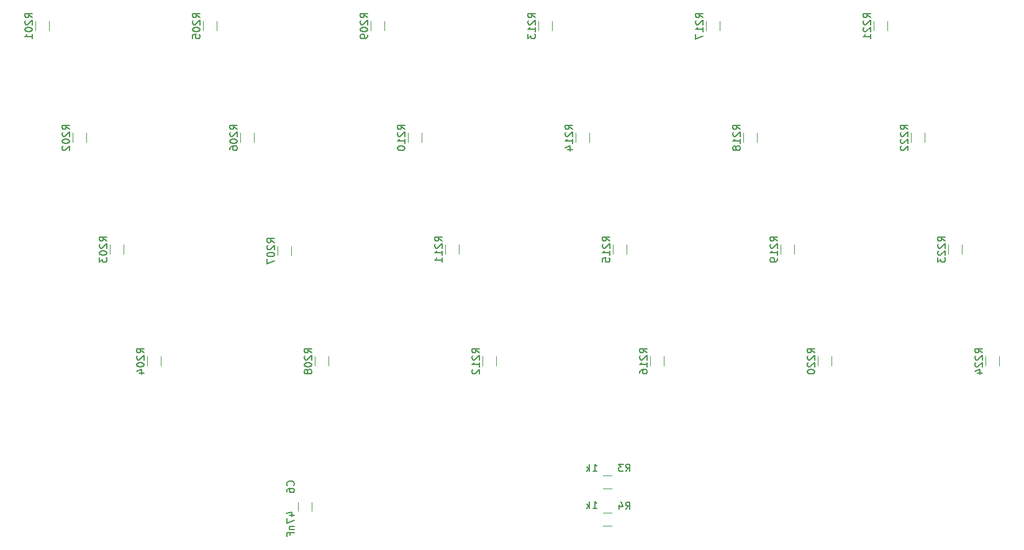
<source format=gbr>
G04 #@! TF.GenerationSoftware,KiCad,Pcbnew,(5.1.4)-1*
G04 #@! TF.CreationDate,2020-01-10T15:49:45+01:00*
G04 #@! TF.ProjectId,KRS-XL_DIM-24CVLED,4b52532d-584c-45f4-9449-4d2d32344356,V01.01*
G04 #@! TF.SameCoordinates,Original*
G04 #@! TF.FileFunction,Legend,Bot*
G04 #@! TF.FilePolarity,Positive*
%FSLAX46Y46*%
G04 Gerber Fmt 4.6, Leading zero omitted, Abs format (unit mm)*
G04 Created by KiCad (PCBNEW (5.1.4)-1) date 2020-01-10 15:49:45*
%MOMM*%
%LPD*%
G04 APERTURE LIST*
%ADD10C,0.120000*%
%ADD11C,0.150000*%
G04 APERTURE END LIST*
D10*
X95144000Y-131017936D02*
X95144000Y-132222064D01*
X93324000Y-131017936D02*
X93324000Y-132222064D01*
X134870436Y-129180000D02*
X136074564Y-129180000D01*
X134870436Y-127360000D02*
X136074564Y-127360000D01*
X136074564Y-134260000D02*
X134870436Y-134260000D01*
X136074564Y-132440000D02*
X134870436Y-132440000D01*
X57510000Y-65437936D02*
X57510000Y-66642064D01*
X59330000Y-65437936D02*
X59330000Y-66642064D01*
X64410000Y-80677936D02*
X64410000Y-81882064D01*
X62590000Y-80677936D02*
X62590000Y-81882064D01*
X67670000Y-95917936D02*
X67670000Y-97122064D01*
X69490000Y-95917936D02*
X69490000Y-97122064D01*
X72750000Y-111157936D02*
X72750000Y-112362064D01*
X74570000Y-111157936D02*
X74570000Y-112362064D01*
X82190000Y-65437936D02*
X82190000Y-66642064D01*
X80370000Y-65437936D02*
X80370000Y-66642064D01*
X85450000Y-80677936D02*
X85450000Y-81882064D01*
X87270000Y-80677936D02*
X87270000Y-81882064D01*
X92350000Y-96135436D02*
X92350000Y-97339564D01*
X90530000Y-96135436D02*
X90530000Y-97339564D01*
X97430000Y-111157936D02*
X97430000Y-112362064D01*
X95610000Y-111157936D02*
X95610000Y-112362064D01*
X105050000Y-65437936D02*
X105050000Y-66642064D01*
X103230000Y-65437936D02*
X103230000Y-66642064D01*
X108310000Y-80677936D02*
X108310000Y-81882064D01*
X110130000Y-80677936D02*
X110130000Y-81882064D01*
X113390000Y-95917936D02*
X113390000Y-97122064D01*
X115210000Y-95917936D02*
X115210000Y-97122064D01*
X120290000Y-111157936D02*
X120290000Y-112362064D01*
X118470000Y-111157936D02*
X118470000Y-112362064D01*
X127910000Y-65437936D02*
X127910000Y-66642064D01*
X126090000Y-65437936D02*
X126090000Y-66642064D01*
X131170000Y-80677936D02*
X131170000Y-81882064D01*
X132990000Y-80677936D02*
X132990000Y-81882064D01*
X138070000Y-95917936D02*
X138070000Y-97122064D01*
X136250000Y-95917936D02*
X136250000Y-97122064D01*
X141330000Y-111157936D02*
X141330000Y-112362064D01*
X143150000Y-111157936D02*
X143150000Y-112362064D01*
X150770000Y-65437936D02*
X150770000Y-66642064D01*
X148950000Y-65437936D02*
X148950000Y-66642064D01*
X154030000Y-80677936D02*
X154030000Y-81882064D01*
X155850000Y-80677936D02*
X155850000Y-81882064D01*
X160930000Y-95917936D02*
X160930000Y-97122064D01*
X159110000Y-95917936D02*
X159110000Y-97122064D01*
X164190000Y-111157936D02*
X164190000Y-112362064D01*
X166010000Y-111157936D02*
X166010000Y-112362064D01*
X171810000Y-65437936D02*
X171810000Y-66642064D01*
X173630000Y-65437936D02*
X173630000Y-66642064D01*
X178710000Y-80677936D02*
X178710000Y-81882064D01*
X176890000Y-80677936D02*
X176890000Y-81882064D01*
X181970000Y-95917936D02*
X181970000Y-97122064D01*
X183790000Y-95917936D02*
X183790000Y-97122064D01*
X188870000Y-111157936D02*
X188870000Y-112362064D01*
X187050000Y-111157936D02*
X187050000Y-112362064D01*
D11*
X92661142Y-128738333D02*
X92708761Y-128690714D01*
X92756380Y-128547857D01*
X92756380Y-128452619D01*
X92708761Y-128309761D01*
X92613523Y-128214523D01*
X92518285Y-128166904D01*
X92327809Y-128119285D01*
X92184952Y-128119285D01*
X91994476Y-128166904D01*
X91899238Y-128214523D01*
X91804000Y-128309761D01*
X91756380Y-128452619D01*
X91756380Y-128547857D01*
X91804000Y-128690714D01*
X91851619Y-128738333D01*
X91756380Y-129595476D02*
X91756380Y-129405000D01*
X91804000Y-129309761D01*
X91851619Y-129262142D01*
X91994476Y-129166904D01*
X92184952Y-129119285D01*
X92565904Y-129119285D01*
X92661142Y-129166904D01*
X92708761Y-129214523D01*
X92756380Y-129309761D01*
X92756380Y-129500238D01*
X92708761Y-129595476D01*
X92661142Y-129643095D01*
X92565904Y-129690714D01*
X92327809Y-129690714D01*
X92232571Y-129643095D01*
X92184952Y-129595476D01*
X92137333Y-129500238D01*
X92137333Y-129309761D01*
X92184952Y-129214523D01*
X92232571Y-129166904D01*
X92327809Y-129119285D01*
X92089714Y-132818333D02*
X92756380Y-132818333D01*
X91708761Y-132580238D02*
X92423047Y-132342142D01*
X92423047Y-132961190D01*
X91756380Y-133246904D02*
X91756380Y-133913571D01*
X92756380Y-133485000D01*
X92089714Y-134294523D02*
X92756380Y-134294523D01*
X92184952Y-134294523D02*
X92137333Y-134342142D01*
X92089714Y-134437380D01*
X92089714Y-134580238D01*
X92137333Y-134675476D01*
X92232571Y-134723095D01*
X92756380Y-134723095D01*
X92232571Y-135532619D02*
X92232571Y-135199285D01*
X92756380Y-135199285D02*
X91756380Y-135199285D01*
X91756380Y-135675476D01*
X137961666Y-126817380D02*
X138295000Y-126341190D01*
X138533095Y-126817380D02*
X138533095Y-125817380D01*
X138152142Y-125817380D01*
X138056904Y-125865000D01*
X138009285Y-125912619D01*
X137961666Y-126007857D01*
X137961666Y-126150714D01*
X138009285Y-126245952D01*
X138056904Y-126293571D01*
X138152142Y-126341190D01*
X138533095Y-126341190D01*
X137628333Y-125817380D02*
X137009285Y-125817380D01*
X137342619Y-126198333D01*
X137199761Y-126198333D01*
X137104523Y-126245952D01*
X137056904Y-126293571D01*
X137009285Y-126388809D01*
X137009285Y-126626904D01*
X137056904Y-126722142D01*
X137104523Y-126769761D01*
X137199761Y-126817380D01*
X137485476Y-126817380D01*
X137580714Y-126769761D01*
X137628333Y-126722142D01*
X133469047Y-126817380D02*
X134040476Y-126817380D01*
X133754761Y-126817380D02*
X133754761Y-125817380D01*
X133850000Y-125960238D01*
X133945238Y-126055476D01*
X134040476Y-126103095D01*
X133040476Y-126817380D02*
X133040476Y-125817380D01*
X132945238Y-126436428D02*
X132659523Y-126817380D01*
X132659523Y-126150714D02*
X133040476Y-126531666D01*
X137961666Y-131982380D02*
X138295000Y-131506190D01*
X138533095Y-131982380D02*
X138533095Y-130982380D01*
X138152142Y-130982380D01*
X138056904Y-131030000D01*
X138009285Y-131077619D01*
X137961666Y-131172857D01*
X137961666Y-131315714D01*
X138009285Y-131410952D01*
X138056904Y-131458571D01*
X138152142Y-131506190D01*
X138533095Y-131506190D01*
X137104523Y-131315714D02*
X137104523Y-131982380D01*
X137342619Y-130934761D02*
X137580714Y-131649047D01*
X136961666Y-131649047D01*
X133469047Y-131897380D02*
X134040476Y-131897380D01*
X133754761Y-131897380D02*
X133754761Y-130897380D01*
X133850000Y-131040238D01*
X133945238Y-131135476D01*
X134040476Y-131183095D01*
X133040476Y-131897380D02*
X133040476Y-130897380D01*
X132945238Y-131516428D02*
X132659523Y-131897380D01*
X132659523Y-131230714D02*
X133040476Y-131611666D01*
X57052380Y-64920952D02*
X56576190Y-64587619D01*
X57052380Y-64349523D02*
X56052380Y-64349523D01*
X56052380Y-64730476D01*
X56100000Y-64825714D01*
X56147619Y-64873333D01*
X56242857Y-64920952D01*
X56385714Y-64920952D01*
X56480952Y-64873333D01*
X56528571Y-64825714D01*
X56576190Y-64730476D01*
X56576190Y-64349523D01*
X56147619Y-65301904D02*
X56100000Y-65349523D01*
X56052380Y-65444761D01*
X56052380Y-65682857D01*
X56100000Y-65778095D01*
X56147619Y-65825714D01*
X56242857Y-65873333D01*
X56338095Y-65873333D01*
X56480952Y-65825714D01*
X57052380Y-65254285D01*
X57052380Y-65873333D01*
X56052380Y-66492380D02*
X56052380Y-66587619D01*
X56100000Y-66682857D01*
X56147619Y-66730476D01*
X56242857Y-66778095D01*
X56433333Y-66825714D01*
X56671428Y-66825714D01*
X56861904Y-66778095D01*
X56957142Y-66730476D01*
X57004761Y-66682857D01*
X57052380Y-66587619D01*
X57052380Y-66492380D01*
X57004761Y-66397142D01*
X56957142Y-66349523D01*
X56861904Y-66301904D01*
X56671428Y-66254285D01*
X56433333Y-66254285D01*
X56242857Y-66301904D01*
X56147619Y-66349523D01*
X56100000Y-66397142D01*
X56052380Y-66492380D01*
X57052380Y-67778095D02*
X57052380Y-67206666D01*
X57052380Y-67492380D02*
X56052380Y-67492380D01*
X56195238Y-67397142D01*
X56290476Y-67301904D01*
X56338095Y-67206666D01*
X62132380Y-80160952D02*
X61656190Y-79827619D01*
X62132380Y-79589523D02*
X61132380Y-79589523D01*
X61132380Y-79970476D01*
X61180000Y-80065714D01*
X61227619Y-80113333D01*
X61322857Y-80160952D01*
X61465714Y-80160952D01*
X61560952Y-80113333D01*
X61608571Y-80065714D01*
X61656190Y-79970476D01*
X61656190Y-79589523D01*
X61227619Y-80541904D02*
X61180000Y-80589523D01*
X61132380Y-80684761D01*
X61132380Y-80922857D01*
X61180000Y-81018095D01*
X61227619Y-81065714D01*
X61322857Y-81113333D01*
X61418095Y-81113333D01*
X61560952Y-81065714D01*
X62132380Y-80494285D01*
X62132380Y-81113333D01*
X61132380Y-81732380D02*
X61132380Y-81827619D01*
X61180000Y-81922857D01*
X61227619Y-81970476D01*
X61322857Y-82018095D01*
X61513333Y-82065714D01*
X61751428Y-82065714D01*
X61941904Y-82018095D01*
X62037142Y-81970476D01*
X62084761Y-81922857D01*
X62132380Y-81827619D01*
X62132380Y-81732380D01*
X62084761Y-81637142D01*
X62037142Y-81589523D01*
X61941904Y-81541904D01*
X61751428Y-81494285D01*
X61513333Y-81494285D01*
X61322857Y-81541904D01*
X61227619Y-81589523D01*
X61180000Y-81637142D01*
X61132380Y-81732380D01*
X61227619Y-82446666D02*
X61180000Y-82494285D01*
X61132380Y-82589523D01*
X61132380Y-82827619D01*
X61180000Y-82922857D01*
X61227619Y-82970476D01*
X61322857Y-83018095D01*
X61418095Y-83018095D01*
X61560952Y-82970476D01*
X62132380Y-82399047D01*
X62132380Y-83018095D01*
X67212380Y-95400952D02*
X66736190Y-95067619D01*
X67212380Y-94829523D02*
X66212380Y-94829523D01*
X66212380Y-95210476D01*
X66260000Y-95305714D01*
X66307619Y-95353333D01*
X66402857Y-95400952D01*
X66545714Y-95400952D01*
X66640952Y-95353333D01*
X66688571Y-95305714D01*
X66736190Y-95210476D01*
X66736190Y-94829523D01*
X66307619Y-95781904D02*
X66260000Y-95829523D01*
X66212380Y-95924761D01*
X66212380Y-96162857D01*
X66260000Y-96258095D01*
X66307619Y-96305714D01*
X66402857Y-96353333D01*
X66498095Y-96353333D01*
X66640952Y-96305714D01*
X67212380Y-95734285D01*
X67212380Y-96353333D01*
X66212380Y-96972380D02*
X66212380Y-97067619D01*
X66260000Y-97162857D01*
X66307619Y-97210476D01*
X66402857Y-97258095D01*
X66593333Y-97305714D01*
X66831428Y-97305714D01*
X67021904Y-97258095D01*
X67117142Y-97210476D01*
X67164761Y-97162857D01*
X67212380Y-97067619D01*
X67212380Y-96972380D01*
X67164761Y-96877142D01*
X67117142Y-96829523D01*
X67021904Y-96781904D01*
X66831428Y-96734285D01*
X66593333Y-96734285D01*
X66402857Y-96781904D01*
X66307619Y-96829523D01*
X66260000Y-96877142D01*
X66212380Y-96972380D01*
X66212380Y-97639047D02*
X66212380Y-98258095D01*
X66593333Y-97924761D01*
X66593333Y-98067619D01*
X66640952Y-98162857D01*
X66688571Y-98210476D01*
X66783809Y-98258095D01*
X67021904Y-98258095D01*
X67117142Y-98210476D01*
X67164761Y-98162857D01*
X67212380Y-98067619D01*
X67212380Y-97781904D01*
X67164761Y-97686666D01*
X67117142Y-97639047D01*
X72292380Y-110640952D02*
X71816190Y-110307619D01*
X72292380Y-110069523D02*
X71292380Y-110069523D01*
X71292380Y-110450476D01*
X71340000Y-110545714D01*
X71387619Y-110593333D01*
X71482857Y-110640952D01*
X71625714Y-110640952D01*
X71720952Y-110593333D01*
X71768571Y-110545714D01*
X71816190Y-110450476D01*
X71816190Y-110069523D01*
X71387619Y-111021904D02*
X71340000Y-111069523D01*
X71292380Y-111164761D01*
X71292380Y-111402857D01*
X71340000Y-111498095D01*
X71387619Y-111545714D01*
X71482857Y-111593333D01*
X71578095Y-111593333D01*
X71720952Y-111545714D01*
X72292380Y-110974285D01*
X72292380Y-111593333D01*
X71292380Y-112212380D02*
X71292380Y-112307619D01*
X71340000Y-112402857D01*
X71387619Y-112450476D01*
X71482857Y-112498095D01*
X71673333Y-112545714D01*
X71911428Y-112545714D01*
X72101904Y-112498095D01*
X72197142Y-112450476D01*
X72244761Y-112402857D01*
X72292380Y-112307619D01*
X72292380Y-112212380D01*
X72244761Y-112117142D01*
X72197142Y-112069523D01*
X72101904Y-112021904D01*
X71911428Y-111974285D01*
X71673333Y-111974285D01*
X71482857Y-112021904D01*
X71387619Y-112069523D01*
X71340000Y-112117142D01*
X71292380Y-112212380D01*
X71625714Y-113402857D02*
X72292380Y-113402857D01*
X71244761Y-113164761D02*
X71959047Y-112926666D01*
X71959047Y-113545714D01*
X79912380Y-64920952D02*
X79436190Y-64587619D01*
X79912380Y-64349523D02*
X78912380Y-64349523D01*
X78912380Y-64730476D01*
X78960000Y-64825714D01*
X79007619Y-64873333D01*
X79102857Y-64920952D01*
X79245714Y-64920952D01*
X79340952Y-64873333D01*
X79388571Y-64825714D01*
X79436190Y-64730476D01*
X79436190Y-64349523D01*
X79007619Y-65301904D02*
X78960000Y-65349523D01*
X78912380Y-65444761D01*
X78912380Y-65682857D01*
X78960000Y-65778095D01*
X79007619Y-65825714D01*
X79102857Y-65873333D01*
X79198095Y-65873333D01*
X79340952Y-65825714D01*
X79912380Y-65254285D01*
X79912380Y-65873333D01*
X78912380Y-66492380D02*
X78912380Y-66587619D01*
X78960000Y-66682857D01*
X79007619Y-66730476D01*
X79102857Y-66778095D01*
X79293333Y-66825714D01*
X79531428Y-66825714D01*
X79721904Y-66778095D01*
X79817142Y-66730476D01*
X79864761Y-66682857D01*
X79912380Y-66587619D01*
X79912380Y-66492380D01*
X79864761Y-66397142D01*
X79817142Y-66349523D01*
X79721904Y-66301904D01*
X79531428Y-66254285D01*
X79293333Y-66254285D01*
X79102857Y-66301904D01*
X79007619Y-66349523D01*
X78960000Y-66397142D01*
X78912380Y-66492380D01*
X78912380Y-67730476D02*
X78912380Y-67254285D01*
X79388571Y-67206666D01*
X79340952Y-67254285D01*
X79293333Y-67349523D01*
X79293333Y-67587619D01*
X79340952Y-67682857D01*
X79388571Y-67730476D01*
X79483809Y-67778095D01*
X79721904Y-67778095D01*
X79817142Y-67730476D01*
X79864761Y-67682857D01*
X79912380Y-67587619D01*
X79912380Y-67349523D01*
X79864761Y-67254285D01*
X79817142Y-67206666D01*
X84992380Y-80160952D02*
X84516190Y-79827619D01*
X84992380Y-79589523D02*
X83992380Y-79589523D01*
X83992380Y-79970476D01*
X84040000Y-80065714D01*
X84087619Y-80113333D01*
X84182857Y-80160952D01*
X84325714Y-80160952D01*
X84420952Y-80113333D01*
X84468571Y-80065714D01*
X84516190Y-79970476D01*
X84516190Y-79589523D01*
X84087619Y-80541904D02*
X84040000Y-80589523D01*
X83992380Y-80684761D01*
X83992380Y-80922857D01*
X84040000Y-81018095D01*
X84087619Y-81065714D01*
X84182857Y-81113333D01*
X84278095Y-81113333D01*
X84420952Y-81065714D01*
X84992380Y-80494285D01*
X84992380Y-81113333D01*
X83992380Y-81732380D02*
X83992380Y-81827619D01*
X84040000Y-81922857D01*
X84087619Y-81970476D01*
X84182857Y-82018095D01*
X84373333Y-82065714D01*
X84611428Y-82065714D01*
X84801904Y-82018095D01*
X84897142Y-81970476D01*
X84944761Y-81922857D01*
X84992380Y-81827619D01*
X84992380Y-81732380D01*
X84944761Y-81637142D01*
X84897142Y-81589523D01*
X84801904Y-81541904D01*
X84611428Y-81494285D01*
X84373333Y-81494285D01*
X84182857Y-81541904D01*
X84087619Y-81589523D01*
X84040000Y-81637142D01*
X83992380Y-81732380D01*
X83992380Y-82922857D02*
X83992380Y-82732380D01*
X84040000Y-82637142D01*
X84087619Y-82589523D01*
X84230476Y-82494285D01*
X84420952Y-82446666D01*
X84801904Y-82446666D01*
X84897142Y-82494285D01*
X84944761Y-82541904D01*
X84992380Y-82637142D01*
X84992380Y-82827619D01*
X84944761Y-82922857D01*
X84897142Y-82970476D01*
X84801904Y-83018095D01*
X84563809Y-83018095D01*
X84468571Y-82970476D01*
X84420952Y-82922857D01*
X84373333Y-82827619D01*
X84373333Y-82637142D01*
X84420952Y-82541904D01*
X84468571Y-82494285D01*
X84563809Y-82446666D01*
X90072380Y-95618452D02*
X89596190Y-95285119D01*
X90072380Y-95047023D02*
X89072380Y-95047023D01*
X89072380Y-95427976D01*
X89120000Y-95523214D01*
X89167619Y-95570833D01*
X89262857Y-95618452D01*
X89405714Y-95618452D01*
X89500952Y-95570833D01*
X89548571Y-95523214D01*
X89596190Y-95427976D01*
X89596190Y-95047023D01*
X89167619Y-95999404D02*
X89120000Y-96047023D01*
X89072380Y-96142261D01*
X89072380Y-96380357D01*
X89120000Y-96475595D01*
X89167619Y-96523214D01*
X89262857Y-96570833D01*
X89358095Y-96570833D01*
X89500952Y-96523214D01*
X90072380Y-95951785D01*
X90072380Y-96570833D01*
X89072380Y-97189880D02*
X89072380Y-97285119D01*
X89120000Y-97380357D01*
X89167619Y-97427976D01*
X89262857Y-97475595D01*
X89453333Y-97523214D01*
X89691428Y-97523214D01*
X89881904Y-97475595D01*
X89977142Y-97427976D01*
X90024761Y-97380357D01*
X90072380Y-97285119D01*
X90072380Y-97189880D01*
X90024761Y-97094642D01*
X89977142Y-97047023D01*
X89881904Y-96999404D01*
X89691428Y-96951785D01*
X89453333Y-96951785D01*
X89262857Y-96999404D01*
X89167619Y-97047023D01*
X89120000Y-97094642D01*
X89072380Y-97189880D01*
X89072380Y-97856547D02*
X89072380Y-98523214D01*
X90072380Y-98094642D01*
X95152380Y-110640952D02*
X94676190Y-110307619D01*
X95152380Y-110069523D02*
X94152380Y-110069523D01*
X94152380Y-110450476D01*
X94200000Y-110545714D01*
X94247619Y-110593333D01*
X94342857Y-110640952D01*
X94485714Y-110640952D01*
X94580952Y-110593333D01*
X94628571Y-110545714D01*
X94676190Y-110450476D01*
X94676190Y-110069523D01*
X94247619Y-111021904D02*
X94200000Y-111069523D01*
X94152380Y-111164761D01*
X94152380Y-111402857D01*
X94200000Y-111498095D01*
X94247619Y-111545714D01*
X94342857Y-111593333D01*
X94438095Y-111593333D01*
X94580952Y-111545714D01*
X95152380Y-110974285D01*
X95152380Y-111593333D01*
X94152380Y-112212380D02*
X94152380Y-112307619D01*
X94200000Y-112402857D01*
X94247619Y-112450476D01*
X94342857Y-112498095D01*
X94533333Y-112545714D01*
X94771428Y-112545714D01*
X94961904Y-112498095D01*
X95057142Y-112450476D01*
X95104761Y-112402857D01*
X95152380Y-112307619D01*
X95152380Y-112212380D01*
X95104761Y-112117142D01*
X95057142Y-112069523D01*
X94961904Y-112021904D01*
X94771428Y-111974285D01*
X94533333Y-111974285D01*
X94342857Y-112021904D01*
X94247619Y-112069523D01*
X94200000Y-112117142D01*
X94152380Y-112212380D01*
X94580952Y-113117142D02*
X94533333Y-113021904D01*
X94485714Y-112974285D01*
X94390476Y-112926666D01*
X94342857Y-112926666D01*
X94247619Y-112974285D01*
X94200000Y-113021904D01*
X94152380Y-113117142D01*
X94152380Y-113307619D01*
X94200000Y-113402857D01*
X94247619Y-113450476D01*
X94342857Y-113498095D01*
X94390476Y-113498095D01*
X94485714Y-113450476D01*
X94533333Y-113402857D01*
X94580952Y-113307619D01*
X94580952Y-113117142D01*
X94628571Y-113021904D01*
X94676190Y-112974285D01*
X94771428Y-112926666D01*
X94961904Y-112926666D01*
X95057142Y-112974285D01*
X95104761Y-113021904D01*
X95152380Y-113117142D01*
X95152380Y-113307619D01*
X95104761Y-113402857D01*
X95057142Y-113450476D01*
X94961904Y-113498095D01*
X94771428Y-113498095D01*
X94676190Y-113450476D01*
X94628571Y-113402857D01*
X94580952Y-113307619D01*
X102772380Y-64920952D02*
X102296190Y-64587619D01*
X102772380Y-64349523D02*
X101772380Y-64349523D01*
X101772380Y-64730476D01*
X101820000Y-64825714D01*
X101867619Y-64873333D01*
X101962857Y-64920952D01*
X102105714Y-64920952D01*
X102200952Y-64873333D01*
X102248571Y-64825714D01*
X102296190Y-64730476D01*
X102296190Y-64349523D01*
X101867619Y-65301904D02*
X101820000Y-65349523D01*
X101772380Y-65444761D01*
X101772380Y-65682857D01*
X101820000Y-65778095D01*
X101867619Y-65825714D01*
X101962857Y-65873333D01*
X102058095Y-65873333D01*
X102200952Y-65825714D01*
X102772380Y-65254285D01*
X102772380Y-65873333D01*
X101772380Y-66492380D02*
X101772380Y-66587619D01*
X101820000Y-66682857D01*
X101867619Y-66730476D01*
X101962857Y-66778095D01*
X102153333Y-66825714D01*
X102391428Y-66825714D01*
X102581904Y-66778095D01*
X102677142Y-66730476D01*
X102724761Y-66682857D01*
X102772380Y-66587619D01*
X102772380Y-66492380D01*
X102724761Y-66397142D01*
X102677142Y-66349523D01*
X102581904Y-66301904D01*
X102391428Y-66254285D01*
X102153333Y-66254285D01*
X101962857Y-66301904D01*
X101867619Y-66349523D01*
X101820000Y-66397142D01*
X101772380Y-66492380D01*
X102772380Y-67301904D02*
X102772380Y-67492380D01*
X102724761Y-67587619D01*
X102677142Y-67635238D01*
X102534285Y-67730476D01*
X102343809Y-67778095D01*
X101962857Y-67778095D01*
X101867619Y-67730476D01*
X101820000Y-67682857D01*
X101772380Y-67587619D01*
X101772380Y-67397142D01*
X101820000Y-67301904D01*
X101867619Y-67254285D01*
X101962857Y-67206666D01*
X102200952Y-67206666D01*
X102296190Y-67254285D01*
X102343809Y-67301904D01*
X102391428Y-67397142D01*
X102391428Y-67587619D01*
X102343809Y-67682857D01*
X102296190Y-67730476D01*
X102200952Y-67778095D01*
X107852380Y-80160952D02*
X107376190Y-79827619D01*
X107852380Y-79589523D02*
X106852380Y-79589523D01*
X106852380Y-79970476D01*
X106900000Y-80065714D01*
X106947619Y-80113333D01*
X107042857Y-80160952D01*
X107185714Y-80160952D01*
X107280952Y-80113333D01*
X107328571Y-80065714D01*
X107376190Y-79970476D01*
X107376190Y-79589523D01*
X106947619Y-80541904D02*
X106900000Y-80589523D01*
X106852380Y-80684761D01*
X106852380Y-80922857D01*
X106900000Y-81018095D01*
X106947619Y-81065714D01*
X107042857Y-81113333D01*
X107138095Y-81113333D01*
X107280952Y-81065714D01*
X107852380Y-80494285D01*
X107852380Y-81113333D01*
X107852380Y-82065714D02*
X107852380Y-81494285D01*
X107852380Y-81780000D02*
X106852380Y-81780000D01*
X106995238Y-81684761D01*
X107090476Y-81589523D01*
X107138095Y-81494285D01*
X106852380Y-82684761D02*
X106852380Y-82780000D01*
X106900000Y-82875238D01*
X106947619Y-82922857D01*
X107042857Y-82970476D01*
X107233333Y-83018095D01*
X107471428Y-83018095D01*
X107661904Y-82970476D01*
X107757142Y-82922857D01*
X107804761Y-82875238D01*
X107852380Y-82780000D01*
X107852380Y-82684761D01*
X107804761Y-82589523D01*
X107757142Y-82541904D01*
X107661904Y-82494285D01*
X107471428Y-82446666D01*
X107233333Y-82446666D01*
X107042857Y-82494285D01*
X106947619Y-82541904D01*
X106900000Y-82589523D01*
X106852380Y-82684761D01*
X112932380Y-95400952D02*
X112456190Y-95067619D01*
X112932380Y-94829523D02*
X111932380Y-94829523D01*
X111932380Y-95210476D01*
X111980000Y-95305714D01*
X112027619Y-95353333D01*
X112122857Y-95400952D01*
X112265714Y-95400952D01*
X112360952Y-95353333D01*
X112408571Y-95305714D01*
X112456190Y-95210476D01*
X112456190Y-94829523D01*
X112027619Y-95781904D02*
X111980000Y-95829523D01*
X111932380Y-95924761D01*
X111932380Y-96162857D01*
X111980000Y-96258095D01*
X112027619Y-96305714D01*
X112122857Y-96353333D01*
X112218095Y-96353333D01*
X112360952Y-96305714D01*
X112932380Y-95734285D01*
X112932380Y-96353333D01*
X112932380Y-97305714D02*
X112932380Y-96734285D01*
X112932380Y-97020000D02*
X111932380Y-97020000D01*
X112075238Y-96924761D01*
X112170476Y-96829523D01*
X112218095Y-96734285D01*
X112932380Y-98258095D02*
X112932380Y-97686666D01*
X112932380Y-97972380D02*
X111932380Y-97972380D01*
X112075238Y-97877142D01*
X112170476Y-97781904D01*
X112218095Y-97686666D01*
X118012380Y-110640952D02*
X117536190Y-110307619D01*
X118012380Y-110069523D02*
X117012380Y-110069523D01*
X117012380Y-110450476D01*
X117060000Y-110545714D01*
X117107619Y-110593333D01*
X117202857Y-110640952D01*
X117345714Y-110640952D01*
X117440952Y-110593333D01*
X117488571Y-110545714D01*
X117536190Y-110450476D01*
X117536190Y-110069523D01*
X117107619Y-111021904D02*
X117060000Y-111069523D01*
X117012380Y-111164761D01*
X117012380Y-111402857D01*
X117060000Y-111498095D01*
X117107619Y-111545714D01*
X117202857Y-111593333D01*
X117298095Y-111593333D01*
X117440952Y-111545714D01*
X118012380Y-110974285D01*
X118012380Y-111593333D01*
X118012380Y-112545714D02*
X118012380Y-111974285D01*
X118012380Y-112260000D02*
X117012380Y-112260000D01*
X117155238Y-112164761D01*
X117250476Y-112069523D01*
X117298095Y-111974285D01*
X117107619Y-112926666D02*
X117060000Y-112974285D01*
X117012380Y-113069523D01*
X117012380Y-113307619D01*
X117060000Y-113402857D01*
X117107619Y-113450476D01*
X117202857Y-113498095D01*
X117298095Y-113498095D01*
X117440952Y-113450476D01*
X118012380Y-112879047D01*
X118012380Y-113498095D01*
X125632380Y-64920952D02*
X125156190Y-64587619D01*
X125632380Y-64349523D02*
X124632380Y-64349523D01*
X124632380Y-64730476D01*
X124680000Y-64825714D01*
X124727619Y-64873333D01*
X124822857Y-64920952D01*
X124965714Y-64920952D01*
X125060952Y-64873333D01*
X125108571Y-64825714D01*
X125156190Y-64730476D01*
X125156190Y-64349523D01*
X124727619Y-65301904D02*
X124680000Y-65349523D01*
X124632380Y-65444761D01*
X124632380Y-65682857D01*
X124680000Y-65778095D01*
X124727619Y-65825714D01*
X124822857Y-65873333D01*
X124918095Y-65873333D01*
X125060952Y-65825714D01*
X125632380Y-65254285D01*
X125632380Y-65873333D01*
X125632380Y-66825714D02*
X125632380Y-66254285D01*
X125632380Y-66540000D02*
X124632380Y-66540000D01*
X124775238Y-66444761D01*
X124870476Y-66349523D01*
X124918095Y-66254285D01*
X124632380Y-67159047D02*
X124632380Y-67778095D01*
X125013333Y-67444761D01*
X125013333Y-67587619D01*
X125060952Y-67682857D01*
X125108571Y-67730476D01*
X125203809Y-67778095D01*
X125441904Y-67778095D01*
X125537142Y-67730476D01*
X125584761Y-67682857D01*
X125632380Y-67587619D01*
X125632380Y-67301904D01*
X125584761Y-67206666D01*
X125537142Y-67159047D01*
X130712380Y-80160952D02*
X130236190Y-79827619D01*
X130712380Y-79589523D02*
X129712380Y-79589523D01*
X129712380Y-79970476D01*
X129760000Y-80065714D01*
X129807619Y-80113333D01*
X129902857Y-80160952D01*
X130045714Y-80160952D01*
X130140952Y-80113333D01*
X130188571Y-80065714D01*
X130236190Y-79970476D01*
X130236190Y-79589523D01*
X129807619Y-80541904D02*
X129760000Y-80589523D01*
X129712380Y-80684761D01*
X129712380Y-80922857D01*
X129760000Y-81018095D01*
X129807619Y-81065714D01*
X129902857Y-81113333D01*
X129998095Y-81113333D01*
X130140952Y-81065714D01*
X130712380Y-80494285D01*
X130712380Y-81113333D01*
X130712380Y-82065714D02*
X130712380Y-81494285D01*
X130712380Y-81780000D02*
X129712380Y-81780000D01*
X129855238Y-81684761D01*
X129950476Y-81589523D01*
X129998095Y-81494285D01*
X130045714Y-82922857D02*
X130712380Y-82922857D01*
X129664761Y-82684761D02*
X130379047Y-82446666D01*
X130379047Y-83065714D01*
X135792380Y-95400952D02*
X135316190Y-95067619D01*
X135792380Y-94829523D02*
X134792380Y-94829523D01*
X134792380Y-95210476D01*
X134840000Y-95305714D01*
X134887619Y-95353333D01*
X134982857Y-95400952D01*
X135125714Y-95400952D01*
X135220952Y-95353333D01*
X135268571Y-95305714D01*
X135316190Y-95210476D01*
X135316190Y-94829523D01*
X134887619Y-95781904D02*
X134840000Y-95829523D01*
X134792380Y-95924761D01*
X134792380Y-96162857D01*
X134840000Y-96258095D01*
X134887619Y-96305714D01*
X134982857Y-96353333D01*
X135078095Y-96353333D01*
X135220952Y-96305714D01*
X135792380Y-95734285D01*
X135792380Y-96353333D01*
X135792380Y-97305714D02*
X135792380Y-96734285D01*
X135792380Y-97020000D02*
X134792380Y-97020000D01*
X134935238Y-96924761D01*
X135030476Y-96829523D01*
X135078095Y-96734285D01*
X134792380Y-98210476D02*
X134792380Y-97734285D01*
X135268571Y-97686666D01*
X135220952Y-97734285D01*
X135173333Y-97829523D01*
X135173333Y-98067619D01*
X135220952Y-98162857D01*
X135268571Y-98210476D01*
X135363809Y-98258095D01*
X135601904Y-98258095D01*
X135697142Y-98210476D01*
X135744761Y-98162857D01*
X135792380Y-98067619D01*
X135792380Y-97829523D01*
X135744761Y-97734285D01*
X135697142Y-97686666D01*
X140872380Y-110640952D02*
X140396190Y-110307619D01*
X140872380Y-110069523D02*
X139872380Y-110069523D01*
X139872380Y-110450476D01*
X139920000Y-110545714D01*
X139967619Y-110593333D01*
X140062857Y-110640952D01*
X140205714Y-110640952D01*
X140300952Y-110593333D01*
X140348571Y-110545714D01*
X140396190Y-110450476D01*
X140396190Y-110069523D01*
X139967619Y-111021904D02*
X139920000Y-111069523D01*
X139872380Y-111164761D01*
X139872380Y-111402857D01*
X139920000Y-111498095D01*
X139967619Y-111545714D01*
X140062857Y-111593333D01*
X140158095Y-111593333D01*
X140300952Y-111545714D01*
X140872380Y-110974285D01*
X140872380Y-111593333D01*
X140872380Y-112545714D02*
X140872380Y-111974285D01*
X140872380Y-112260000D02*
X139872380Y-112260000D01*
X140015238Y-112164761D01*
X140110476Y-112069523D01*
X140158095Y-111974285D01*
X139872380Y-113402857D02*
X139872380Y-113212380D01*
X139920000Y-113117142D01*
X139967619Y-113069523D01*
X140110476Y-112974285D01*
X140300952Y-112926666D01*
X140681904Y-112926666D01*
X140777142Y-112974285D01*
X140824761Y-113021904D01*
X140872380Y-113117142D01*
X140872380Y-113307619D01*
X140824761Y-113402857D01*
X140777142Y-113450476D01*
X140681904Y-113498095D01*
X140443809Y-113498095D01*
X140348571Y-113450476D01*
X140300952Y-113402857D01*
X140253333Y-113307619D01*
X140253333Y-113117142D01*
X140300952Y-113021904D01*
X140348571Y-112974285D01*
X140443809Y-112926666D01*
X148492380Y-64920952D02*
X148016190Y-64587619D01*
X148492380Y-64349523D02*
X147492380Y-64349523D01*
X147492380Y-64730476D01*
X147540000Y-64825714D01*
X147587619Y-64873333D01*
X147682857Y-64920952D01*
X147825714Y-64920952D01*
X147920952Y-64873333D01*
X147968571Y-64825714D01*
X148016190Y-64730476D01*
X148016190Y-64349523D01*
X147587619Y-65301904D02*
X147540000Y-65349523D01*
X147492380Y-65444761D01*
X147492380Y-65682857D01*
X147540000Y-65778095D01*
X147587619Y-65825714D01*
X147682857Y-65873333D01*
X147778095Y-65873333D01*
X147920952Y-65825714D01*
X148492380Y-65254285D01*
X148492380Y-65873333D01*
X148492380Y-66825714D02*
X148492380Y-66254285D01*
X148492380Y-66540000D02*
X147492380Y-66540000D01*
X147635238Y-66444761D01*
X147730476Y-66349523D01*
X147778095Y-66254285D01*
X147492380Y-67159047D02*
X147492380Y-67825714D01*
X148492380Y-67397142D01*
X153572380Y-80160952D02*
X153096190Y-79827619D01*
X153572380Y-79589523D02*
X152572380Y-79589523D01*
X152572380Y-79970476D01*
X152620000Y-80065714D01*
X152667619Y-80113333D01*
X152762857Y-80160952D01*
X152905714Y-80160952D01*
X153000952Y-80113333D01*
X153048571Y-80065714D01*
X153096190Y-79970476D01*
X153096190Y-79589523D01*
X152667619Y-80541904D02*
X152620000Y-80589523D01*
X152572380Y-80684761D01*
X152572380Y-80922857D01*
X152620000Y-81018095D01*
X152667619Y-81065714D01*
X152762857Y-81113333D01*
X152858095Y-81113333D01*
X153000952Y-81065714D01*
X153572380Y-80494285D01*
X153572380Y-81113333D01*
X153572380Y-82065714D02*
X153572380Y-81494285D01*
X153572380Y-81780000D02*
X152572380Y-81780000D01*
X152715238Y-81684761D01*
X152810476Y-81589523D01*
X152858095Y-81494285D01*
X153000952Y-82637142D02*
X152953333Y-82541904D01*
X152905714Y-82494285D01*
X152810476Y-82446666D01*
X152762857Y-82446666D01*
X152667619Y-82494285D01*
X152620000Y-82541904D01*
X152572380Y-82637142D01*
X152572380Y-82827619D01*
X152620000Y-82922857D01*
X152667619Y-82970476D01*
X152762857Y-83018095D01*
X152810476Y-83018095D01*
X152905714Y-82970476D01*
X152953333Y-82922857D01*
X153000952Y-82827619D01*
X153000952Y-82637142D01*
X153048571Y-82541904D01*
X153096190Y-82494285D01*
X153191428Y-82446666D01*
X153381904Y-82446666D01*
X153477142Y-82494285D01*
X153524761Y-82541904D01*
X153572380Y-82637142D01*
X153572380Y-82827619D01*
X153524761Y-82922857D01*
X153477142Y-82970476D01*
X153381904Y-83018095D01*
X153191428Y-83018095D01*
X153096190Y-82970476D01*
X153048571Y-82922857D01*
X153000952Y-82827619D01*
X158652380Y-95400952D02*
X158176190Y-95067619D01*
X158652380Y-94829523D02*
X157652380Y-94829523D01*
X157652380Y-95210476D01*
X157700000Y-95305714D01*
X157747619Y-95353333D01*
X157842857Y-95400952D01*
X157985714Y-95400952D01*
X158080952Y-95353333D01*
X158128571Y-95305714D01*
X158176190Y-95210476D01*
X158176190Y-94829523D01*
X157747619Y-95781904D02*
X157700000Y-95829523D01*
X157652380Y-95924761D01*
X157652380Y-96162857D01*
X157700000Y-96258095D01*
X157747619Y-96305714D01*
X157842857Y-96353333D01*
X157938095Y-96353333D01*
X158080952Y-96305714D01*
X158652380Y-95734285D01*
X158652380Y-96353333D01*
X158652380Y-97305714D02*
X158652380Y-96734285D01*
X158652380Y-97020000D02*
X157652380Y-97020000D01*
X157795238Y-96924761D01*
X157890476Y-96829523D01*
X157938095Y-96734285D01*
X158652380Y-97781904D02*
X158652380Y-97972380D01*
X158604761Y-98067619D01*
X158557142Y-98115238D01*
X158414285Y-98210476D01*
X158223809Y-98258095D01*
X157842857Y-98258095D01*
X157747619Y-98210476D01*
X157700000Y-98162857D01*
X157652380Y-98067619D01*
X157652380Y-97877142D01*
X157700000Y-97781904D01*
X157747619Y-97734285D01*
X157842857Y-97686666D01*
X158080952Y-97686666D01*
X158176190Y-97734285D01*
X158223809Y-97781904D01*
X158271428Y-97877142D01*
X158271428Y-98067619D01*
X158223809Y-98162857D01*
X158176190Y-98210476D01*
X158080952Y-98258095D01*
X163732380Y-110640952D02*
X163256190Y-110307619D01*
X163732380Y-110069523D02*
X162732380Y-110069523D01*
X162732380Y-110450476D01*
X162780000Y-110545714D01*
X162827619Y-110593333D01*
X162922857Y-110640952D01*
X163065714Y-110640952D01*
X163160952Y-110593333D01*
X163208571Y-110545714D01*
X163256190Y-110450476D01*
X163256190Y-110069523D01*
X162827619Y-111021904D02*
X162780000Y-111069523D01*
X162732380Y-111164761D01*
X162732380Y-111402857D01*
X162780000Y-111498095D01*
X162827619Y-111545714D01*
X162922857Y-111593333D01*
X163018095Y-111593333D01*
X163160952Y-111545714D01*
X163732380Y-110974285D01*
X163732380Y-111593333D01*
X162827619Y-111974285D02*
X162780000Y-112021904D01*
X162732380Y-112117142D01*
X162732380Y-112355238D01*
X162780000Y-112450476D01*
X162827619Y-112498095D01*
X162922857Y-112545714D01*
X163018095Y-112545714D01*
X163160952Y-112498095D01*
X163732380Y-111926666D01*
X163732380Y-112545714D01*
X162732380Y-113164761D02*
X162732380Y-113260000D01*
X162780000Y-113355238D01*
X162827619Y-113402857D01*
X162922857Y-113450476D01*
X163113333Y-113498095D01*
X163351428Y-113498095D01*
X163541904Y-113450476D01*
X163637142Y-113402857D01*
X163684761Y-113355238D01*
X163732380Y-113260000D01*
X163732380Y-113164761D01*
X163684761Y-113069523D01*
X163637142Y-113021904D01*
X163541904Y-112974285D01*
X163351428Y-112926666D01*
X163113333Y-112926666D01*
X162922857Y-112974285D01*
X162827619Y-113021904D01*
X162780000Y-113069523D01*
X162732380Y-113164761D01*
X171352380Y-64920952D02*
X170876190Y-64587619D01*
X171352380Y-64349523D02*
X170352380Y-64349523D01*
X170352380Y-64730476D01*
X170400000Y-64825714D01*
X170447619Y-64873333D01*
X170542857Y-64920952D01*
X170685714Y-64920952D01*
X170780952Y-64873333D01*
X170828571Y-64825714D01*
X170876190Y-64730476D01*
X170876190Y-64349523D01*
X170447619Y-65301904D02*
X170400000Y-65349523D01*
X170352380Y-65444761D01*
X170352380Y-65682857D01*
X170400000Y-65778095D01*
X170447619Y-65825714D01*
X170542857Y-65873333D01*
X170638095Y-65873333D01*
X170780952Y-65825714D01*
X171352380Y-65254285D01*
X171352380Y-65873333D01*
X170447619Y-66254285D02*
X170400000Y-66301904D01*
X170352380Y-66397142D01*
X170352380Y-66635238D01*
X170400000Y-66730476D01*
X170447619Y-66778095D01*
X170542857Y-66825714D01*
X170638095Y-66825714D01*
X170780952Y-66778095D01*
X171352380Y-66206666D01*
X171352380Y-66825714D01*
X171352380Y-67778095D02*
X171352380Y-67206666D01*
X171352380Y-67492380D02*
X170352380Y-67492380D01*
X170495238Y-67397142D01*
X170590476Y-67301904D01*
X170638095Y-67206666D01*
X176432380Y-80160952D02*
X175956190Y-79827619D01*
X176432380Y-79589523D02*
X175432380Y-79589523D01*
X175432380Y-79970476D01*
X175480000Y-80065714D01*
X175527619Y-80113333D01*
X175622857Y-80160952D01*
X175765714Y-80160952D01*
X175860952Y-80113333D01*
X175908571Y-80065714D01*
X175956190Y-79970476D01*
X175956190Y-79589523D01*
X175527619Y-80541904D02*
X175480000Y-80589523D01*
X175432380Y-80684761D01*
X175432380Y-80922857D01*
X175480000Y-81018095D01*
X175527619Y-81065714D01*
X175622857Y-81113333D01*
X175718095Y-81113333D01*
X175860952Y-81065714D01*
X176432380Y-80494285D01*
X176432380Y-81113333D01*
X175527619Y-81494285D02*
X175480000Y-81541904D01*
X175432380Y-81637142D01*
X175432380Y-81875238D01*
X175480000Y-81970476D01*
X175527619Y-82018095D01*
X175622857Y-82065714D01*
X175718095Y-82065714D01*
X175860952Y-82018095D01*
X176432380Y-81446666D01*
X176432380Y-82065714D01*
X175527619Y-82446666D02*
X175480000Y-82494285D01*
X175432380Y-82589523D01*
X175432380Y-82827619D01*
X175480000Y-82922857D01*
X175527619Y-82970476D01*
X175622857Y-83018095D01*
X175718095Y-83018095D01*
X175860952Y-82970476D01*
X176432380Y-82399047D01*
X176432380Y-83018095D01*
X181512380Y-95400952D02*
X181036190Y-95067619D01*
X181512380Y-94829523D02*
X180512380Y-94829523D01*
X180512380Y-95210476D01*
X180560000Y-95305714D01*
X180607619Y-95353333D01*
X180702857Y-95400952D01*
X180845714Y-95400952D01*
X180940952Y-95353333D01*
X180988571Y-95305714D01*
X181036190Y-95210476D01*
X181036190Y-94829523D01*
X180607619Y-95781904D02*
X180560000Y-95829523D01*
X180512380Y-95924761D01*
X180512380Y-96162857D01*
X180560000Y-96258095D01*
X180607619Y-96305714D01*
X180702857Y-96353333D01*
X180798095Y-96353333D01*
X180940952Y-96305714D01*
X181512380Y-95734285D01*
X181512380Y-96353333D01*
X180607619Y-96734285D02*
X180560000Y-96781904D01*
X180512380Y-96877142D01*
X180512380Y-97115238D01*
X180560000Y-97210476D01*
X180607619Y-97258095D01*
X180702857Y-97305714D01*
X180798095Y-97305714D01*
X180940952Y-97258095D01*
X181512380Y-96686666D01*
X181512380Y-97305714D01*
X180512380Y-97639047D02*
X180512380Y-98258095D01*
X180893333Y-97924761D01*
X180893333Y-98067619D01*
X180940952Y-98162857D01*
X180988571Y-98210476D01*
X181083809Y-98258095D01*
X181321904Y-98258095D01*
X181417142Y-98210476D01*
X181464761Y-98162857D01*
X181512380Y-98067619D01*
X181512380Y-97781904D01*
X181464761Y-97686666D01*
X181417142Y-97639047D01*
X186592380Y-110640952D02*
X186116190Y-110307619D01*
X186592380Y-110069523D02*
X185592380Y-110069523D01*
X185592380Y-110450476D01*
X185640000Y-110545714D01*
X185687619Y-110593333D01*
X185782857Y-110640952D01*
X185925714Y-110640952D01*
X186020952Y-110593333D01*
X186068571Y-110545714D01*
X186116190Y-110450476D01*
X186116190Y-110069523D01*
X185687619Y-111021904D02*
X185640000Y-111069523D01*
X185592380Y-111164761D01*
X185592380Y-111402857D01*
X185640000Y-111498095D01*
X185687619Y-111545714D01*
X185782857Y-111593333D01*
X185878095Y-111593333D01*
X186020952Y-111545714D01*
X186592380Y-110974285D01*
X186592380Y-111593333D01*
X185687619Y-111974285D02*
X185640000Y-112021904D01*
X185592380Y-112117142D01*
X185592380Y-112355238D01*
X185640000Y-112450476D01*
X185687619Y-112498095D01*
X185782857Y-112545714D01*
X185878095Y-112545714D01*
X186020952Y-112498095D01*
X186592380Y-111926666D01*
X186592380Y-112545714D01*
X185925714Y-113402857D02*
X186592380Y-113402857D01*
X185544761Y-113164761D02*
X186259047Y-112926666D01*
X186259047Y-113545714D01*
M02*

</source>
